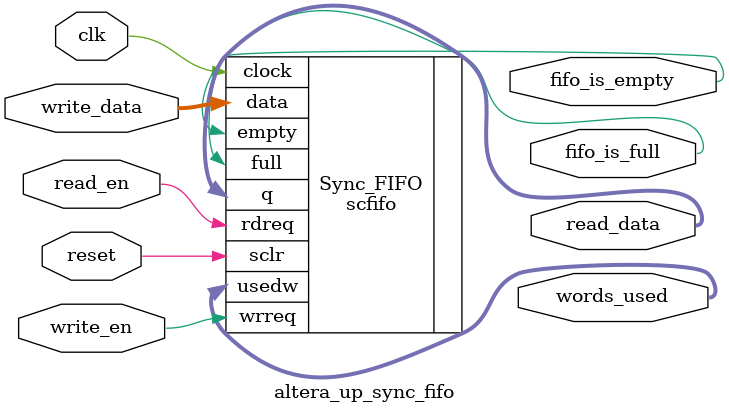
<source format=v>
/******************************************************************************
 * License Agreement                                                          *
 *                                                                            *
 * Copyright (c) 1991-2012 Altera Corporation, San Jose, California, USA.     *
 * All rights reserved.                                                       *
 *                                                                            *
 * Any megafunction design, and related net list (encrypted or decrypted),    *
 *  support information, device programming or simulation file, and any other *
 *  associated documentation or information provided by Altera or a partner   *
 *  under Altera's Megafunction Partnership Program may be used only to       *
 *  program PLD devices (but not masked PLD devices) from Altera.  Any other  *
 *  use of such megafunction design, net list, support information, device    *
 *  programming or simulation file, or any other related documentation or     *
 *  information is prohibited for any other purpose, including, but not       *
 *  limited to modification, reverse engineering, de-compiling, or use with   *
 *  any other silicon devices, unless such use is explicitly licensed under   *
 *  a separate agreement with Altera or a megafunction partner.  Title to     *
 *  the intellectual property, including patents, copyrights, trademarks,     *
 *  trade secrets, or maskworks, embodied in any such megafunction design,    *
 *  net list, support information, device programming or simulation file, or  *
 *  any other related documentation or information provided by Altera or a    *
 *  megafunction partner, remains with Altera, the megafunction partner, or   *
 *  their respective licensors.  No other licenses, including any licenses    *
 *  needed under any third party's intellectual property, are provided herein.*
 *  Copying or modifying any file, or portion thereof, to which this notice   *
 *  is attached violates this copyright.                                      *
 *                                                                            *
 * THIS FILE IS PROVIDED "AS IS", WITHOUT WARRANTY OF ANY KIND, EXPRESS OR    *
 * IMPLIED, INCLUDING BUT NOT LIMITED TO THE WARRANTIES OF MERCHANTABILITY,   *
 * FITNESS FOR A PARTICULAR PURPOSE AND NONINFRINGEMENT. IN NO EVENT SHALL    *
 * THE AUTHORS OR COPYRIGHT HOLDERS BE LIABLE FOR ANY CLAIM, DAMAGES OR OTHER *
 * LIABILITY, WHETHER IN AN ACTION OF CONTRACT, TORT OR OTHERWISE, ARISING    *
 * FROM, OUT OF OR IN CONNECTION WITH THIS FILE OR THE USE OR OTHER DEALINGS  *
 * IN THIS FILE.                                                              *
 *                                                                            *
 * This agreement shall be governed in all respects by the laws of the State  *
 *  of California and by the laws of the United States of America.            *
 *                                                                            *
 ******************************************************************************/

/******************************************************************************
 *                                                                            *
 * This module is a FIFO with same clock for both reads and writes.           *
 *                                                                            *
 ******************************************************************************/

module altera_up_sync_fifo (
	// Inputs
	clk,
	reset,

	write_en,
	write_data,

	read_en,
	
	// Bidirectionals

	// Outputs
	fifo_is_empty,
	fifo_is_full,
	words_used,

	read_data
);

/*****************************************************************************
 *                           Parameter Declarations                          *
 *****************************************************************************/

parameter	DW				= 31;
parameter	DATA_DEPTH	= 128;
parameter	AW				= 6;

/*****************************************************************************
 *                             Port Declarations                             *
 *****************************************************************************/

// Inputs
input						clk;
input						reset;

input						write_en;
input			[DW: 0]	write_data;

input						read_en;

// Bidirectionals

// Outputs
output					fifo_is_empty;
output					fifo_is_full;
output		[AW: 0]	words_used;

output		[DW: 0]	read_data;

/*****************************************************************************
 *                           Constant Declarations                           *
 *****************************************************************************/

/*****************************************************************************
 *                 Internal Wires and Registers Declarations                 *
 *****************************************************************************/

// Internal Wires

// Internal Registers

// State Machine Registers

/*****************************************************************************
 *                         Finite State Machine(s)                           *
 *****************************************************************************/


/*****************************************************************************
 *                             Sequential Logic                              *
 *****************************************************************************/


/*****************************************************************************
 *                            Combinational Logic                            *
 *****************************************************************************/


/*****************************************************************************
 *                              Internal Modules                             *
 *****************************************************************************/


scfifo	Sync_FIFO (
	// Inputs
	.clock			(clk),
	.sclr				(reset),

	.data				(write_data),
	.wrreq			(write_en),

	.rdreq			(read_en),

	// Bidirectionals

	// Outputs
	.empty			(fifo_is_empty),
	.full				(fifo_is_full),
	.usedw			(words_used),
	
	.q					(read_data),

	// Unused
	// synopsys translate_off
	
	.aclr				(),
	.almost_empty	(),
	.almost_full	()
	// synopsys translate_on
);
defparam
	Sync_FIFO.add_ram_output_register	= "OFF",
	Sync_FIFO.intended_device_family		= "Cyclone II",
	Sync_FIFO.lpm_numwords					= DATA_DEPTH,
	Sync_FIFO.lpm_showahead					= "ON",
	Sync_FIFO.lpm_type						= "scfifo",
	Sync_FIFO.lpm_width						= DW + 1,
	Sync_FIFO.lpm_widthu						= AW + 1,
	Sync_FIFO.overflow_checking			= "OFF",
	Sync_FIFO.underflow_checking			= "OFF",
	Sync_FIFO.use_eab							= "ON";

endmodule


</source>
